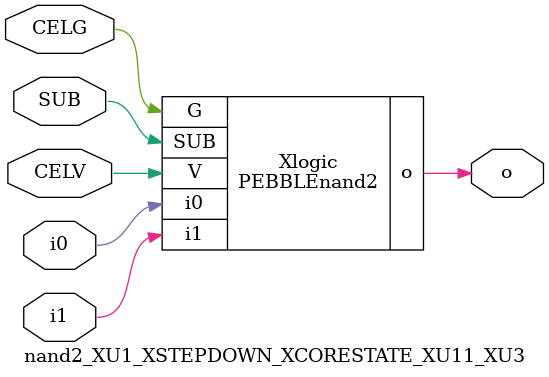
<source format=v>



module PEBBLEnand2 ( o, G, SUB, V, i0, i1 );

  input i0;
  input V;
  input i1;
  input G;
  output o;
  input SUB;
endmodule

//Celera Confidential Do Not Copy nand2_XU1_XSTEPDOWN_XCORESTATE_XU11_XU3
//Celera Confidential Symbol Generator
//5V NAND2
module nand2_XU1_XSTEPDOWN_XCORESTATE_XU11_XU3 (CELV,CELG,i0,i1,o,SUB);
input CELV;
input CELG;
input i0;
input i1;
input SUB;
output o;

//Celera Confidential Do Not Copy nand2
PEBBLEnand2 Xlogic(
.V (CELV),
.i0 (i0),
.i1 (i1),
.o (o),
.SUB (SUB),
.G (CELG)
);
//,diesize,PEBBLEnand2

//Celera Confidential Do Not Copy Module End
//Celera Schematic Generator
endmodule

</source>
